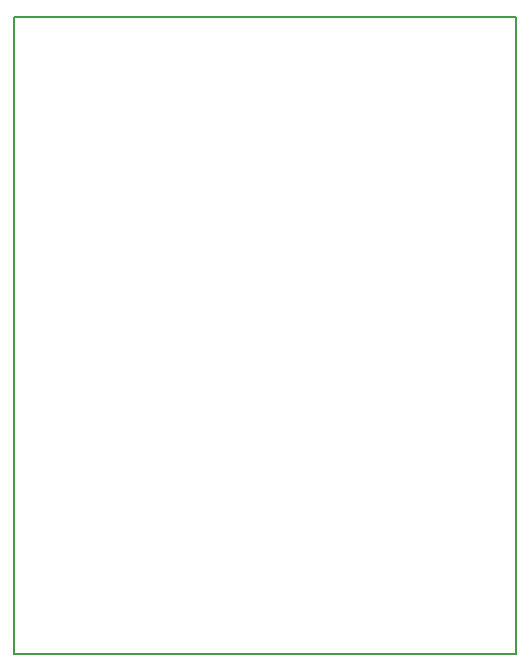
<source format=gm1>
G04 #@! TF.GenerationSoftware,KiCad,Pcbnew,(5.0.1-3-g963ef8bb5)*
G04 #@! TF.CreationDate,2019-05-18T06:27:56-07:00*
G04 #@! TF.ProjectId,oakram,6F616B72616D2E6B696361645F706362,rev?*
G04 #@! TF.SameCoordinates,Original*
G04 #@! TF.FileFunction,Profile,NP*
%FSLAX46Y46*%
G04 Gerber Fmt 4.6, Leading zero omitted, Abs format (unit mm)*
G04 Created by KiCad (PCBNEW (5.0.1-3-g963ef8bb5)) date Saturday, May 18, 2019 at 06:27:56 AM*
%MOMM*%
%LPD*%
G01*
G04 APERTURE LIST*
%ADD10C,0.150000*%
G04 APERTURE END LIST*
D10*
X119380000Y-127635000D02*
X119380000Y-73660000D01*
X161925000Y-127635000D02*
X119380000Y-127635000D01*
X161925000Y-73660000D02*
X161925000Y-127635000D01*
X119380000Y-73660000D02*
X161925000Y-73660000D01*
M02*

</source>
